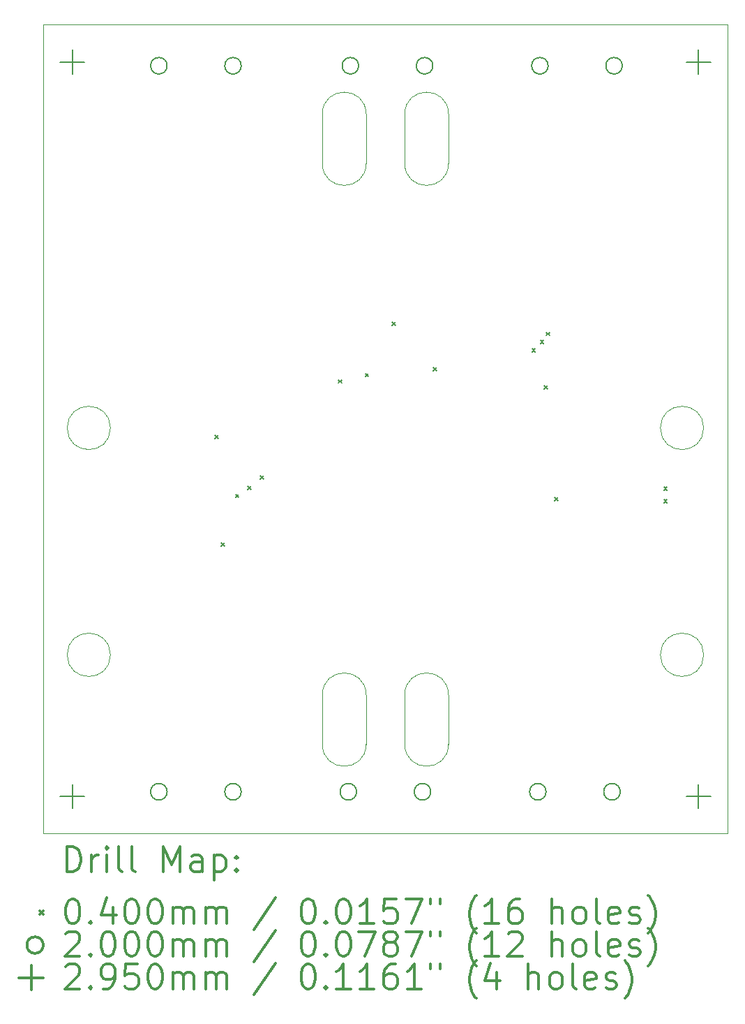
<source format=gbr>
%FSLAX45Y45*%
G04 Gerber Fmt 4.5, Leading zero omitted, Abs format (unit mm)*
G04 Created by KiCad (PCBNEW (5.1.10)-1) date 2022-05-09 17:55:40*
%MOMM*%
%LPD*%
G01*
G04 APERTURE LIST*
%TA.AperFunction,Profile*%
%ADD10C,0.050000*%
%TD*%
%ADD11C,0.200000*%
%ADD12C,0.300000*%
G04 APERTURE END LIST*
D10*
X15215000Y-15300000D02*
G75*
G02*
X14685000Y-15300000I-265000J0D01*
G01*
X14685000Y-14700000D02*
G75*
G02*
X15215000Y-14700000I265000J0D01*
G01*
X14215000Y-15300000D02*
G75*
G02*
X13685000Y-15300000I-265000J0D01*
G01*
X13685000Y-14700000D02*
G75*
G02*
X14215000Y-14700000I265000J0D01*
G01*
X15215000Y-8260000D02*
G75*
G02*
X14685000Y-8260000I-265000J0D01*
G01*
X14685000Y-7660000D02*
G75*
G02*
X15215000Y-7660000I265000J0D01*
G01*
X13685000Y-7660000D02*
G75*
G02*
X14215000Y-7660000I265000J0D01*
G01*
X14215000Y-8260000D02*
G75*
G02*
X13685000Y-8260000I-265000J0D01*
G01*
X15215000Y-7660000D02*
X15215000Y-8260000D01*
X14685000Y-7660000D02*
X14685000Y-8260000D01*
X13685000Y-7660000D02*
X13685000Y-8260000D01*
X14215000Y-7660000D02*
X14215000Y-8260000D01*
X15215000Y-15300000D02*
X15215000Y-14700000D01*
X14685000Y-14700000D02*
X14685000Y-15300000D01*
X14215000Y-15300000D02*
X14215000Y-14700000D01*
X13685000Y-15300000D02*
X13685000Y-14700000D01*
X18312500Y-11465000D02*
G75*
G03*
X18312500Y-11465000I-262500J0D01*
G01*
X18312500Y-14215000D02*
G75*
G03*
X18312500Y-14215000I-262500J0D01*
G01*
X11112500Y-14215000D02*
G75*
G03*
X11112500Y-14215000I-262500J0D01*
G01*
X11112500Y-11465000D02*
G75*
G03*
X11112500Y-11465000I-262500J0D01*
G01*
X18600000Y-6575000D02*
X10300000Y-6575000D01*
X18600000Y-16375000D02*
X18600000Y-6575000D01*
X10300000Y-16375000D02*
X18600000Y-16375000D01*
X10300000Y-6575000D02*
X10300000Y-16375000D01*
D11*
X12380000Y-11555000D02*
X12420000Y-11595000D01*
X12420000Y-11555000D02*
X12380000Y-11595000D01*
X12455000Y-12855000D02*
X12495000Y-12895000D01*
X12495000Y-12855000D02*
X12455000Y-12895000D01*
X12630000Y-12269500D02*
X12670000Y-12309500D01*
X12670000Y-12269500D02*
X12630000Y-12309500D01*
X12780000Y-12169500D02*
X12820000Y-12209500D01*
X12820000Y-12169500D02*
X12780000Y-12209500D01*
X12930000Y-12044500D02*
X12970000Y-12084500D01*
X12970000Y-12044500D02*
X12930000Y-12084500D01*
X13880000Y-10880000D02*
X13920000Y-10920000D01*
X13920000Y-10880000D02*
X13880000Y-10920000D01*
X14205000Y-10805000D02*
X14245000Y-10845000D01*
X14245000Y-10805000D02*
X14205000Y-10845000D01*
X14530000Y-10180000D02*
X14570000Y-10220000D01*
X14570000Y-10180000D02*
X14530000Y-10220000D01*
X15030000Y-10730000D02*
X15070000Y-10770000D01*
X15070000Y-10730000D02*
X15030000Y-10770000D01*
X16230000Y-10505000D02*
X16270000Y-10545000D01*
X16270000Y-10505000D02*
X16230000Y-10545000D01*
X16330000Y-10405000D02*
X16370000Y-10445000D01*
X16370000Y-10405000D02*
X16330000Y-10445000D01*
X16380000Y-10955000D02*
X16420000Y-10995000D01*
X16420000Y-10955000D02*
X16380000Y-10995000D01*
X16405000Y-10305000D02*
X16445000Y-10345000D01*
X16445000Y-10305000D02*
X16405000Y-10345000D01*
X16505000Y-12305000D02*
X16545000Y-12345000D01*
X16545000Y-12305000D02*
X16505000Y-12345000D01*
X17830000Y-12180000D02*
X17870000Y-12220000D01*
X17870000Y-12180000D02*
X17830000Y-12220000D01*
X17830000Y-12330000D02*
X17870000Y-12370000D01*
X17870000Y-12330000D02*
X17830000Y-12370000D01*
X11800000Y-7075000D02*
G75*
G03*
X11800000Y-7075000I-100000J0D01*
G01*
X11800000Y-15875000D02*
G75*
G03*
X11800000Y-15875000I-100000J0D01*
G01*
X12700000Y-7075000D02*
G75*
G03*
X12700000Y-7075000I-100000J0D01*
G01*
X12700000Y-15875000D02*
G75*
G03*
X12700000Y-15875000I-100000J0D01*
G01*
X14100000Y-15875000D02*
G75*
G03*
X14100000Y-15875000I-100000J0D01*
G01*
X14125000Y-7075000D02*
G75*
G03*
X14125000Y-7075000I-100000J0D01*
G01*
X15000000Y-15875000D02*
G75*
G03*
X15000000Y-15875000I-100000J0D01*
G01*
X15025000Y-7075000D02*
G75*
G03*
X15025000Y-7075000I-100000J0D01*
G01*
X16400000Y-15875000D02*
G75*
G03*
X16400000Y-15875000I-100000J0D01*
G01*
X16425000Y-7075000D02*
G75*
G03*
X16425000Y-7075000I-100000J0D01*
G01*
X17300000Y-15875000D02*
G75*
G03*
X17300000Y-15875000I-100000J0D01*
G01*
X17325000Y-7075000D02*
G75*
G03*
X17325000Y-7075000I-100000J0D01*
G01*
X10650000Y-6882500D02*
X10650000Y-7177500D01*
X10502500Y-7030000D02*
X10797500Y-7030000D01*
X10650000Y-15782500D02*
X10650000Y-16077500D01*
X10502500Y-15930000D02*
X10797500Y-15930000D01*
X18250000Y-6882500D02*
X18250000Y-7177500D01*
X18102500Y-7030000D02*
X18397500Y-7030000D01*
X18250000Y-15782500D02*
X18250000Y-16077500D01*
X18102500Y-15930000D02*
X18397500Y-15930000D01*
D12*
X10583928Y-16843214D02*
X10583928Y-16543214D01*
X10655357Y-16543214D01*
X10698214Y-16557500D01*
X10726786Y-16586071D01*
X10741071Y-16614643D01*
X10755357Y-16671786D01*
X10755357Y-16714643D01*
X10741071Y-16771786D01*
X10726786Y-16800357D01*
X10698214Y-16828929D01*
X10655357Y-16843214D01*
X10583928Y-16843214D01*
X10883928Y-16843214D02*
X10883928Y-16643214D01*
X10883928Y-16700357D02*
X10898214Y-16671786D01*
X10912500Y-16657500D01*
X10941071Y-16643214D01*
X10969643Y-16643214D01*
X11069643Y-16843214D02*
X11069643Y-16643214D01*
X11069643Y-16543214D02*
X11055357Y-16557500D01*
X11069643Y-16571786D01*
X11083928Y-16557500D01*
X11069643Y-16543214D01*
X11069643Y-16571786D01*
X11255357Y-16843214D02*
X11226786Y-16828929D01*
X11212500Y-16800357D01*
X11212500Y-16543214D01*
X11412500Y-16843214D02*
X11383928Y-16828929D01*
X11369643Y-16800357D01*
X11369643Y-16543214D01*
X11755357Y-16843214D02*
X11755357Y-16543214D01*
X11855357Y-16757500D01*
X11955357Y-16543214D01*
X11955357Y-16843214D01*
X12226786Y-16843214D02*
X12226786Y-16686071D01*
X12212500Y-16657500D01*
X12183928Y-16643214D01*
X12126786Y-16643214D01*
X12098214Y-16657500D01*
X12226786Y-16828929D02*
X12198214Y-16843214D01*
X12126786Y-16843214D01*
X12098214Y-16828929D01*
X12083928Y-16800357D01*
X12083928Y-16771786D01*
X12098214Y-16743214D01*
X12126786Y-16728929D01*
X12198214Y-16728929D01*
X12226786Y-16714643D01*
X12369643Y-16643214D02*
X12369643Y-16943214D01*
X12369643Y-16657500D02*
X12398214Y-16643214D01*
X12455357Y-16643214D01*
X12483928Y-16657500D01*
X12498214Y-16671786D01*
X12512500Y-16700357D01*
X12512500Y-16786072D01*
X12498214Y-16814643D01*
X12483928Y-16828929D01*
X12455357Y-16843214D01*
X12398214Y-16843214D01*
X12369643Y-16828929D01*
X12641071Y-16814643D02*
X12655357Y-16828929D01*
X12641071Y-16843214D01*
X12626786Y-16828929D01*
X12641071Y-16814643D01*
X12641071Y-16843214D01*
X12641071Y-16657500D02*
X12655357Y-16671786D01*
X12641071Y-16686071D01*
X12626786Y-16671786D01*
X12641071Y-16657500D01*
X12641071Y-16686071D01*
X10257500Y-17317500D02*
X10297500Y-17357500D01*
X10297500Y-17317500D02*
X10257500Y-17357500D01*
X10641071Y-17173214D02*
X10669643Y-17173214D01*
X10698214Y-17187500D01*
X10712500Y-17201786D01*
X10726786Y-17230357D01*
X10741071Y-17287500D01*
X10741071Y-17358929D01*
X10726786Y-17416072D01*
X10712500Y-17444643D01*
X10698214Y-17458929D01*
X10669643Y-17473214D01*
X10641071Y-17473214D01*
X10612500Y-17458929D01*
X10598214Y-17444643D01*
X10583928Y-17416072D01*
X10569643Y-17358929D01*
X10569643Y-17287500D01*
X10583928Y-17230357D01*
X10598214Y-17201786D01*
X10612500Y-17187500D01*
X10641071Y-17173214D01*
X10869643Y-17444643D02*
X10883928Y-17458929D01*
X10869643Y-17473214D01*
X10855357Y-17458929D01*
X10869643Y-17444643D01*
X10869643Y-17473214D01*
X11141071Y-17273214D02*
X11141071Y-17473214D01*
X11069643Y-17158929D02*
X10998214Y-17373214D01*
X11183928Y-17373214D01*
X11355357Y-17173214D02*
X11383928Y-17173214D01*
X11412500Y-17187500D01*
X11426786Y-17201786D01*
X11441071Y-17230357D01*
X11455357Y-17287500D01*
X11455357Y-17358929D01*
X11441071Y-17416072D01*
X11426786Y-17444643D01*
X11412500Y-17458929D01*
X11383928Y-17473214D01*
X11355357Y-17473214D01*
X11326786Y-17458929D01*
X11312500Y-17444643D01*
X11298214Y-17416072D01*
X11283928Y-17358929D01*
X11283928Y-17287500D01*
X11298214Y-17230357D01*
X11312500Y-17201786D01*
X11326786Y-17187500D01*
X11355357Y-17173214D01*
X11641071Y-17173214D02*
X11669643Y-17173214D01*
X11698214Y-17187500D01*
X11712500Y-17201786D01*
X11726786Y-17230357D01*
X11741071Y-17287500D01*
X11741071Y-17358929D01*
X11726786Y-17416072D01*
X11712500Y-17444643D01*
X11698214Y-17458929D01*
X11669643Y-17473214D01*
X11641071Y-17473214D01*
X11612500Y-17458929D01*
X11598214Y-17444643D01*
X11583928Y-17416072D01*
X11569643Y-17358929D01*
X11569643Y-17287500D01*
X11583928Y-17230357D01*
X11598214Y-17201786D01*
X11612500Y-17187500D01*
X11641071Y-17173214D01*
X11869643Y-17473214D02*
X11869643Y-17273214D01*
X11869643Y-17301786D02*
X11883928Y-17287500D01*
X11912500Y-17273214D01*
X11955357Y-17273214D01*
X11983928Y-17287500D01*
X11998214Y-17316072D01*
X11998214Y-17473214D01*
X11998214Y-17316072D02*
X12012500Y-17287500D01*
X12041071Y-17273214D01*
X12083928Y-17273214D01*
X12112500Y-17287500D01*
X12126786Y-17316072D01*
X12126786Y-17473214D01*
X12269643Y-17473214D02*
X12269643Y-17273214D01*
X12269643Y-17301786D02*
X12283928Y-17287500D01*
X12312500Y-17273214D01*
X12355357Y-17273214D01*
X12383928Y-17287500D01*
X12398214Y-17316072D01*
X12398214Y-17473214D01*
X12398214Y-17316072D02*
X12412500Y-17287500D01*
X12441071Y-17273214D01*
X12483928Y-17273214D01*
X12512500Y-17287500D01*
X12526786Y-17316072D01*
X12526786Y-17473214D01*
X13112500Y-17158929D02*
X12855357Y-17544643D01*
X13498214Y-17173214D02*
X13526786Y-17173214D01*
X13555357Y-17187500D01*
X13569643Y-17201786D01*
X13583928Y-17230357D01*
X13598214Y-17287500D01*
X13598214Y-17358929D01*
X13583928Y-17416072D01*
X13569643Y-17444643D01*
X13555357Y-17458929D01*
X13526786Y-17473214D01*
X13498214Y-17473214D01*
X13469643Y-17458929D01*
X13455357Y-17444643D01*
X13441071Y-17416072D01*
X13426786Y-17358929D01*
X13426786Y-17287500D01*
X13441071Y-17230357D01*
X13455357Y-17201786D01*
X13469643Y-17187500D01*
X13498214Y-17173214D01*
X13726786Y-17444643D02*
X13741071Y-17458929D01*
X13726786Y-17473214D01*
X13712500Y-17458929D01*
X13726786Y-17444643D01*
X13726786Y-17473214D01*
X13926786Y-17173214D02*
X13955357Y-17173214D01*
X13983928Y-17187500D01*
X13998214Y-17201786D01*
X14012500Y-17230357D01*
X14026786Y-17287500D01*
X14026786Y-17358929D01*
X14012500Y-17416072D01*
X13998214Y-17444643D01*
X13983928Y-17458929D01*
X13955357Y-17473214D01*
X13926786Y-17473214D01*
X13898214Y-17458929D01*
X13883928Y-17444643D01*
X13869643Y-17416072D01*
X13855357Y-17358929D01*
X13855357Y-17287500D01*
X13869643Y-17230357D01*
X13883928Y-17201786D01*
X13898214Y-17187500D01*
X13926786Y-17173214D01*
X14312500Y-17473214D02*
X14141071Y-17473214D01*
X14226786Y-17473214D02*
X14226786Y-17173214D01*
X14198214Y-17216072D01*
X14169643Y-17244643D01*
X14141071Y-17258929D01*
X14583928Y-17173214D02*
X14441071Y-17173214D01*
X14426786Y-17316072D01*
X14441071Y-17301786D01*
X14469643Y-17287500D01*
X14541071Y-17287500D01*
X14569643Y-17301786D01*
X14583928Y-17316072D01*
X14598214Y-17344643D01*
X14598214Y-17416072D01*
X14583928Y-17444643D01*
X14569643Y-17458929D01*
X14541071Y-17473214D01*
X14469643Y-17473214D01*
X14441071Y-17458929D01*
X14426786Y-17444643D01*
X14698214Y-17173214D02*
X14898214Y-17173214D01*
X14769643Y-17473214D01*
X14998214Y-17173214D02*
X14998214Y-17230357D01*
X15112500Y-17173214D02*
X15112500Y-17230357D01*
X15555357Y-17587500D02*
X15541071Y-17573214D01*
X15512500Y-17530357D01*
X15498214Y-17501786D01*
X15483928Y-17458929D01*
X15469643Y-17387500D01*
X15469643Y-17330357D01*
X15483928Y-17258929D01*
X15498214Y-17216072D01*
X15512500Y-17187500D01*
X15541071Y-17144643D01*
X15555357Y-17130357D01*
X15826786Y-17473214D02*
X15655357Y-17473214D01*
X15741071Y-17473214D02*
X15741071Y-17173214D01*
X15712500Y-17216072D01*
X15683928Y-17244643D01*
X15655357Y-17258929D01*
X16083928Y-17173214D02*
X16026786Y-17173214D01*
X15998214Y-17187500D01*
X15983928Y-17201786D01*
X15955357Y-17244643D01*
X15941071Y-17301786D01*
X15941071Y-17416072D01*
X15955357Y-17444643D01*
X15969643Y-17458929D01*
X15998214Y-17473214D01*
X16055357Y-17473214D01*
X16083928Y-17458929D01*
X16098214Y-17444643D01*
X16112500Y-17416072D01*
X16112500Y-17344643D01*
X16098214Y-17316072D01*
X16083928Y-17301786D01*
X16055357Y-17287500D01*
X15998214Y-17287500D01*
X15969643Y-17301786D01*
X15955357Y-17316072D01*
X15941071Y-17344643D01*
X16469643Y-17473214D02*
X16469643Y-17173214D01*
X16598214Y-17473214D02*
X16598214Y-17316072D01*
X16583928Y-17287500D01*
X16555357Y-17273214D01*
X16512500Y-17273214D01*
X16483928Y-17287500D01*
X16469643Y-17301786D01*
X16783928Y-17473214D02*
X16755357Y-17458929D01*
X16741071Y-17444643D01*
X16726786Y-17416072D01*
X16726786Y-17330357D01*
X16741071Y-17301786D01*
X16755357Y-17287500D01*
X16783928Y-17273214D01*
X16826786Y-17273214D01*
X16855357Y-17287500D01*
X16869643Y-17301786D01*
X16883928Y-17330357D01*
X16883928Y-17416072D01*
X16869643Y-17444643D01*
X16855357Y-17458929D01*
X16826786Y-17473214D01*
X16783928Y-17473214D01*
X17055357Y-17473214D02*
X17026786Y-17458929D01*
X17012500Y-17430357D01*
X17012500Y-17173214D01*
X17283928Y-17458929D02*
X17255357Y-17473214D01*
X17198214Y-17473214D01*
X17169643Y-17458929D01*
X17155357Y-17430357D01*
X17155357Y-17316072D01*
X17169643Y-17287500D01*
X17198214Y-17273214D01*
X17255357Y-17273214D01*
X17283928Y-17287500D01*
X17298214Y-17316072D01*
X17298214Y-17344643D01*
X17155357Y-17373214D01*
X17412500Y-17458929D02*
X17441071Y-17473214D01*
X17498214Y-17473214D01*
X17526786Y-17458929D01*
X17541071Y-17430357D01*
X17541071Y-17416072D01*
X17526786Y-17387500D01*
X17498214Y-17373214D01*
X17455357Y-17373214D01*
X17426786Y-17358929D01*
X17412500Y-17330357D01*
X17412500Y-17316072D01*
X17426786Y-17287500D01*
X17455357Y-17273214D01*
X17498214Y-17273214D01*
X17526786Y-17287500D01*
X17641071Y-17587500D02*
X17655357Y-17573214D01*
X17683928Y-17530357D01*
X17698214Y-17501786D01*
X17712500Y-17458929D01*
X17726786Y-17387500D01*
X17726786Y-17330357D01*
X17712500Y-17258929D01*
X17698214Y-17216072D01*
X17683928Y-17187500D01*
X17655357Y-17144643D01*
X17641071Y-17130357D01*
X10297500Y-17733500D02*
G75*
G03*
X10297500Y-17733500I-100000J0D01*
G01*
X10569643Y-17597786D02*
X10583928Y-17583500D01*
X10612500Y-17569214D01*
X10683928Y-17569214D01*
X10712500Y-17583500D01*
X10726786Y-17597786D01*
X10741071Y-17626357D01*
X10741071Y-17654929D01*
X10726786Y-17697786D01*
X10555357Y-17869214D01*
X10741071Y-17869214D01*
X10869643Y-17840643D02*
X10883928Y-17854929D01*
X10869643Y-17869214D01*
X10855357Y-17854929D01*
X10869643Y-17840643D01*
X10869643Y-17869214D01*
X11069643Y-17569214D02*
X11098214Y-17569214D01*
X11126786Y-17583500D01*
X11141071Y-17597786D01*
X11155357Y-17626357D01*
X11169643Y-17683500D01*
X11169643Y-17754929D01*
X11155357Y-17812072D01*
X11141071Y-17840643D01*
X11126786Y-17854929D01*
X11098214Y-17869214D01*
X11069643Y-17869214D01*
X11041071Y-17854929D01*
X11026786Y-17840643D01*
X11012500Y-17812072D01*
X10998214Y-17754929D01*
X10998214Y-17683500D01*
X11012500Y-17626357D01*
X11026786Y-17597786D01*
X11041071Y-17583500D01*
X11069643Y-17569214D01*
X11355357Y-17569214D02*
X11383928Y-17569214D01*
X11412500Y-17583500D01*
X11426786Y-17597786D01*
X11441071Y-17626357D01*
X11455357Y-17683500D01*
X11455357Y-17754929D01*
X11441071Y-17812072D01*
X11426786Y-17840643D01*
X11412500Y-17854929D01*
X11383928Y-17869214D01*
X11355357Y-17869214D01*
X11326786Y-17854929D01*
X11312500Y-17840643D01*
X11298214Y-17812072D01*
X11283928Y-17754929D01*
X11283928Y-17683500D01*
X11298214Y-17626357D01*
X11312500Y-17597786D01*
X11326786Y-17583500D01*
X11355357Y-17569214D01*
X11641071Y-17569214D02*
X11669643Y-17569214D01*
X11698214Y-17583500D01*
X11712500Y-17597786D01*
X11726786Y-17626357D01*
X11741071Y-17683500D01*
X11741071Y-17754929D01*
X11726786Y-17812072D01*
X11712500Y-17840643D01*
X11698214Y-17854929D01*
X11669643Y-17869214D01*
X11641071Y-17869214D01*
X11612500Y-17854929D01*
X11598214Y-17840643D01*
X11583928Y-17812072D01*
X11569643Y-17754929D01*
X11569643Y-17683500D01*
X11583928Y-17626357D01*
X11598214Y-17597786D01*
X11612500Y-17583500D01*
X11641071Y-17569214D01*
X11869643Y-17869214D02*
X11869643Y-17669214D01*
X11869643Y-17697786D02*
X11883928Y-17683500D01*
X11912500Y-17669214D01*
X11955357Y-17669214D01*
X11983928Y-17683500D01*
X11998214Y-17712072D01*
X11998214Y-17869214D01*
X11998214Y-17712072D02*
X12012500Y-17683500D01*
X12041071Y-17669214D01*
X12083928Y-17669214D01*
X12112500Y-17683500D01*
X12126786Y-17712072D01*
X12126786Y-17869214D01*
X12269643Y-17869214D02*
X12269643Y-17669214D01*
X12269643Y-17697786D02*
X12283928Y-17683500D01*
X12312500Y-17669214D01*
X12355357Y-17669214D01*
X12383928Y-17683500D01*
X12398214Y-17712072D01*
X12398214Y-17869214D01*
X12398214Y-17712072D02*
X12412500Y-17683500D01*
X12441071Y-17669214D01*
X12483928Y-17669214D01*
X12512500Y-17683500D01*
X12526786Y-17712072D01*
X12526786Y-17869214D01*
X13112500Y-17554929D02*
X12855357Y-17940643D01*
X13498214Y-17569214D02*
X13526786Y-17569214D01*
X13555357Y-17583500D01*
X13569643Y-17597786D01*
X13583928Y-17626357D01*
X13598214Y-17683500D01*
X13598214Y-17754929D01*
X13583928Y-17812072D01*
X13569643Y-17840643D01*
X13555357Y-17854929D01*
X13526786Y-17869214D01*
X13498214Y-17869214D01*
X13469643Y-17854929D01*
X13455357Y-17840643D01*
X13441071Y-17812072D01*
X13426786Y-17754929D01*
X13426786Y-17683500D01*
X13441071Y-17626357D01*
X13455357Y-17597786D01*
X13469643Y-17583500D01*
X13498214Y-17569214D01*
X13726786Y-17840643D02*
X13741071Y-17854929D01*
X13726786Y-17869214D01*
X13712500Y-17854929D01*
X13726786Y-17840643D01*
X13726786Y-17869214D01*
X13926786Y-17569214D02*
X13955357Y-17569214D01*
X13983928Y-17583500D01*
X13998214Y-17597786D01*
X14012500Y-17626357D01*
X14026786Y-17683500D01*
X14026786Y-17754929D01*
X14012500Y-17812072D01*
X13998214Y-17840643D01*
X13983928Y-17854929D01*
X13955357Y-17869214D01*
X13926786Y-17869214D01*
X13898214Y-17854929D01*
X13883928Y-17840643D01*
X13869643Y-17812072D01*
X13855357Y-17754929D01*
X13855357Y-17683500D01*
X13869643Y-17626357D01*
X13883928Y-17597786D01*
X13898214Y-17583500D01*
X13926786Y-17569214D01*
X14126786Y-17569214D02*
X14326786Y-17569214D01*
X14198214Y-17869214D01*
X14483928Y-17697786D02*
X14455357Y-17683500D01*
X14441071Y-17669214D01*
X14426786Y-17640643D01*
X14426786Y-17626357D01*
X14441071Y-17597786D01*
X14455357Y-17583500D01*
X14483928Y-17569214D01*
X14541071Y-17569214D01*
X14569643Y-17583500D01*
X14583928Y-17597786D01*
X14598214Y-17626357D01*
X14598214Y-17640643D01*
X14583928Y-17669214D01*
X14569643Y-17683500D01*
X14541071Y-17697786D01*
X14483928Y-17697786D01*
X14455357Y-17712072D01*
X14441071Y-17726357D01*
X14426786Y-17754929D01*
X14426786Y-17812072D01*
X14441071Y-17840643D01*
X14455357Y-17854929D01*
X14483928Y-17869214D01*
X14541071Y-17869214D01*
X14569643Y-17854929D01*
X14583928Y-17840643D01*
X14598214Y-17812072D01*
X14598214Y-17754929D01*
X14583928Y-17726357D01*
X14569643Y-17712072D01*
X14541071Y-17697786D01*
X14698214Y-17569214D02*
X14898214Y-17569214D01*
X14769643Y-17869214D01*
X14998214Y-17569214D02*
X14998214Y-17626357D01*
X15112500Y-17569214D02*
X15112500Y-17626357D01*
X15555357Y-17983500D02*
X15541071Y-17969214D01*
X15512500Y-17926357D01*
X15498214Y-17897786D01*
X15483928Y-17854929D01*
X15469643Y-17783500D01*
X15469643Y-17726357D01*
X15483928Y-17654929D01*
X15498214Y-17612072D01*
X15512500Y-17583500D01*
X15541071Y-17540643D01*
X15555357Y-17526357D01*
X15826786Y-17869214D02*
X15655357Y-17869214D01*
X15741071Y-17869214D02*
X15741071Y-17569214D01*
X15712500Y-17612072D01*
X15683928Y-17640643D01*
X15655357Y-17654929D01*
X15941071Y-17597786D02*
X15955357Y-17583500D01*
X15983928Y-17569214D01*
X16055357Y-17569214D01*
X16083928Y-17583500D01*
X16098214Y-17597786D01*
X16112500Y-17626357D01*
X16112500Y-17654929D01*
X16098214Y-17697786D01*
X15926786Y-17869214D01*
X16112500Y-17869214D01*
X16469643Y-17869214D02*
X16469643Y-17569214D01*
X16598214Y-17869214D02*
X16598214Y-17712072D01*
X16583928Y-17683500D01*
X16555357Y-17669214D01*
X16512500Y-17669214D01*
X16483928Y-17683500D01*
X16469643Y-17697786D01*
X16783928Y-17869214D02*
X16755357Y-17854929D01*
X16741071Y-17840643D01*
X16726786Y-17812072D01*
X16726786Y-17726357D01*
X16741071Y-17697786D01*
X16755357Y-17683500D01*
X16783928Y-17669214D01*
X16826786Y-17669214D01*
X16855357Y-17683500D01*
X16869643Y-17697786D01*
X16883928Y-17726357D01*
X16883928Y-17812072D01*
X16869643Y-17840643D01*
X16855357Y-17854929D01*
X16826786Y-17869214D01*
X16783928Y-17869214D01*
X17055357Y-17869214D02*
X17026786Y-17854929D01*
X17012500Y-17826357D01*
X17012500Y-17569214D01*
X17283928Y-17854929D02*
X17255357Y-17869214D01*
X17198214Y-17869214D01*
X17169643Y-17854929D01*
X17155357Y-17826357D01*
X17155357Y-17712072D01*
X17169643Y-17683500D01*
X17198214Y-17669214D01*
X17255357Y-17669214D01*
X17283928Y-17683500D01*
X17298214Y-17712072D01*
X17298214Y-17740643D01*
X17155357Y-17769214D01*
X17412500Y-17854929D02*
X17441071Y-17869214D01*
X17498214Y-17869214D01*
X17526786Y-17854929D01*
X17541071Y-17826357D01*
X17541071Y-17812072D01*
X17526786Y-17783500D01*
X17498214Y-17769214D01*
X17455357Y-17769214D01*
X17426786Y-17754929D01*
X17412500Y-17726357D01*
X17412500Y-17712072D01*
X17426786Y-17683500D01*
X17455357Y-17669214D01*
X17498214Y-17669214D01*
X17526786Y-17683500D01*
X17641071Y-17983500D02*
X17655357Y-17969214D01*
X17683928Y-17926357D01*
X17698214Y-17897786D01*
X17712500Y-17854929D01*
X17726786Y-17783500D01*
X17726786Y-17726357D01*
X17712500Y-17654929D01*
X17698214Y-17612072D01*
X17683928Y-17583500D01*
X17655357Y-17540643D01*
X17641071Y-17526357D01*
X10150000Y-17982000D02*
X10150000Y-18277000D01*
X10002500Y-18129500D02*
X10297500Y-18129500D01*
X10569643Y-17993786D02*
X10583928Y-17979500D01*
X10612500Y-17965214D01*
X10683928Y-17965214D01*
X10712500Y-17979500D01*
X10726786Y-17993786D01*
X10741071Y-18022357D01*
X10741071Y-18050929D01*
X10726786Y-18093786D01*
X10555357Y-18265214D01*
X10741071Y-18265214D01*
X10869643Y-18236643D02*
X10883928Y-18250929D01*
X10869643Y-18265214D01*
X10855357Y-18250929D01*
X10869643Y-18236643D01*
X10869643Y-18265214D01*
X11026786Y-18265214D02*
X11083928Y-18265214D01*
X11112500Y-18250929D01*
X11126786Y-18236643D01*
X11155357Y-18193786D01*
X11169643Y-18136643D01*
X11169643Y-18022357D01*
X11155357Y-17993786D01*
X11141071Y-17979500D01*
X11112500Y-17965214D01*
X11055357Y-17965214D01*
X11026786Y-17979500D01*
X11012500Y-17993786D01*
X10998214Y-18022357D01*
X10998214Y-18093786D01*
X11012500Y-18122357D01*
X11026786Y-18136643D01*
X11055357Y-18150929D01*
X11112500Y-18150929D01*
X11141071Y-18136643D01*
X11155357Y-18122357D01*
X11169643Y-18093786D01*
X11441071Y-17965214D02*
X11298214Y-17965214D01*
X11283928Y-18108072D01*
X11298214Y-18093786D01*
X11326786Y-18079500D01*
X11398214Y-18079500D01*
X11426786Y-18093786D01*
X11441071Y-18108072D01*
X11455357Y-18136643D01*
X11455357Y-18208072D01*
X11441071Y-18236643D01*
X11426786Y-18250929D01*
X11398214Y-18265214D01*
X11326786Y-18265214D01*
X11298214Y-18250929D01*
X11283928Y-18236643D01*
X11641071Y-17965214D02*
X11669643Y-17965214D01*
X11698214Y-17979500D01*
X11712500Y-17993786D01*
X11726786Y-18022357D01*
X11741071Y-18079500D01*
X11741071Y-18150929D01*
X11726786Y-18208072D01*
X11712500Y-18236643D01*
X11698214Y-18250929D01*
X11669643Y-18265214D01*
X11641071Y-18265214D01*
X11612500Y-18250929D01*
X11598214Y-18236643D01*
X11583928Y-18208072D01*
X11569643Y-18150929D01*
X11569643Y-18079500D01*
X11583928Y-18022357D01*
X11598214Y-17993786D01*
X11612500Y-17979500D01*
X11641071Y-17965214D01*
X11869643Y-18265214D02*
X11869643Y-18065214D01*
X11869643Y-18093786D02*
X11883928Y-18079500D01*
X11912500Y-18065214D01*
X11955357Y-18065214D01*
X11983928Y-18079500D01*
X11998214Y-18108072D01*
X11998214Y-18265214D01*
X11998214Y-18108072D02*
X12012500Y-18079500D01*
X12041071Y-18065214D01*
X12083928Y-18065214D01*
X12112500Y-18079500D01*
X12126786Y-18108072D01*
X12126786Y-18265214D01*
X12269643Y-18265214D02*
X12269643Y-18065214D01*
X12269643Y-18093786D02*
X12283928Y-18079500D01*
X12312500Y-18065214D01*
X12355357Y-18065214D01*
X12383928Y-18079500D01*
X12398214Y-18108072D01*
X12398214Y-18265214D01*
X12398214Y-18108072D02*
X12412500Y-18079500D01*
X12441071Y-18065214D01*
X12483928Y-18065214D01*
X12512500Y-18079500D01*
X12526786Y-18108072D01*
X12526786Y-18265214D01*
X13112500Y-17950929D02*
X12855357Y-18336643D01*
X13498214Y-17965214D02*
X13526786Y-17965214D01*
X13555357Y-17979500D01*
X13569643Y-17993786D01*
X13583928Y-18022357D01*
X13598214Y-18079500D01*
X13598214Y-18150929D01*
X13583928Y-18208072D01*
X13569643Y-18236643D01*
X13555357Y-18250929D01*
X13526786Y-18265214D01*
X13498214Y-18265214D01*
X13469643Y-18250929D01*
X13455357Y-18236643D01*
X13441071Y-18208072D01*
X13426786Y-18150929D01*
X13426786Y-18079500D01*
X13441071Y-18022357D01*
X13455357Y-17993786D01*
X13469643Y-17979500D01*
X13498214Y-17965214D01*
X13726786Y-18236643D02*
X13741071Y-18250929D01*
X13726786Y-18265214D01*
X13712500Y-18250929D01*
X13726786Y-18236643D01*
X13726786Y-18265214D01*
X14026786Y-18265214D02*
X13855357Y-18265214D01*
X13941071Y-18265214D02*
X13941071Y-17965214D01*
X13912500Y-18008072D01*
X13883928Y-18036643D01*
X13855357Y-18050929D01*
X14312500Y-18265214D02*
X14141071Y-18265214D01*
X14226786Y-18265214D02*
X14226786Y-17965214D01*
X14198214Y-18008072D01*
X14169643Y-18036643D01*
X14141071Y-18050929D01*
X14569643Y-17965214D02*
X14512500Y-17965214D01*
X14483928Y-17979500D01*
X14469643Y-17993786D01*
X14441071Y-18036643D01*
X14426786Y-18093786D01*
X14426786Y-18208072D01*
X14441071Y-18236643D01*
X14455357Y-18250929D01*
X14483928Y-18265214D01*
X14541071Y-18265214D01*
X14569643Y-18250929D01*
X14583928Y-18236643D01*
X14598214Y-18208072D01*
X14598214Y-18136643D01*
X14583928Y-18108072D01*
X14569643Y-18093786D01*
X14541071Y-18079500D01*
X14483928Y-18079500D01*
X14455357Y-18093786D01*
X14441071Y-18108072D01*
X14426786Y-18136643D01*
X14883928Y-18265214D02*
X14712500Y-18265214D01*
X14798214Y-18265214D02*
X14798214Y-17965214D01*
X14769643Y-18008072D01*
X14741071Y-18036643D01*
X14712500Y-18050929D01*
X14998214Y-17965214D02*
X14998214Y-18022357D01*
X15112500Y-17965214D02*
X15112500Y-18022357D01*
X15555357Y-18379500D02*
X15541071Y-18365214D01*
X15512500Y-18322357D01*
X15498214Y-18293786D01*
X15483928Y-18250929D01*
X15469643Y-18179500D01*
X15469643Y-18122357D01*
X15483928Y-18050929D01*
X15498214Y-18008072D01*
X15512500Y-17979500D01*
X15541071Y-17936643D01*
X15555357Y-17922357D01*
X15798214Y-18065214D02*
X15798214Y-18265214D01*
X15726786Y-17950929D02*
X15655357Y-18165214D01*
X15841071Y-18165214D01*
X16183928Y-18265214D02*
X16183928Y-17965214D01*
X16312500Y-18265214D02*
X16312500Y-18108072D01*
X16298214Y-18079500D01*
X16269643Y-18065214D01*
X16226786Y-18065214D01*
X16198214Y-18079500D01*
X16183928Y-18093786D01*
X16498214Y-18265214D02*
X16469643Y-18250929D01*
X16455357Y-18236643D01*
X16441071Y-18208072D01*
X16441071Y-18122357D01*
X16455357Y-18093786D01*
X16469643Y-18079500D01*
X16498214Y-18065214D01*
X16541071Y-18065214D01*
X16569643Y-18079500D01*
X16583928Y-18093786D01*
X16598214Y-18122357D01*
X16598214Y-18208072D01*
X16583928Y-18236643D01*
X16569643Y-18250929D01*
X16541071Y-18265214D01*
X16498214Y-18265214D01*
X16769643Y-18265214D02*
X16741071Y-18250929D01*
X16726786Y-18222357D01*
X16726786Y-17965214D01*
X16998214Y-18250929D02*
X16969643Y-18265214D01*
X16912500Y-18265214D01*
X16883928Y-18250929D01*
X16869643Y-18222357D01*
X16869643Y-18108072D01*
X16883928Y-18079500D01*
X16912500Y-18065214D01*
X16969643Y-18065214D01*
X16998214Y-18079500D01*
X17012500Y-18108072D01*
X17012500Y-18136643D01*
X16869643Y-18165214D01*
X17126786Y-18250929D02*
X17155357Y-18265214D01*
X17212500Y-18265214D01*
X17241071Y-18250929D01*
X17255357Y-18222357D01*
X17255357Y-18208072D01*
X17241071Y-18179500D01*
X17212500Y-18165214D01*
X17169643Y-18165214D01*
X17141071Y-18150929D01*
X17126786Y-18122357D01*
X17126786Y-18108072D01*
X17141071Y-18079500D01*
X17169643Y-18065214D01*
X17212500Y-18065214D01*
X17241071Y-18079500D01*
X17355357Y-18379500D02*
X17369643Y-18365214D01*
X17398214Y-18322357D01*
X17412500Y-18293786D01*
X17426786Y-18250929D01*
X17441071Y-18179500D01*
X17441071Y-18122357D01*
X17426786Y-18050929D01*
X17412500Y-18008072D01*
X17398214Y-17979500D01*
X17369643Y-17936643D01*
X17355357Y-17922357D01*
M02*

</source>
